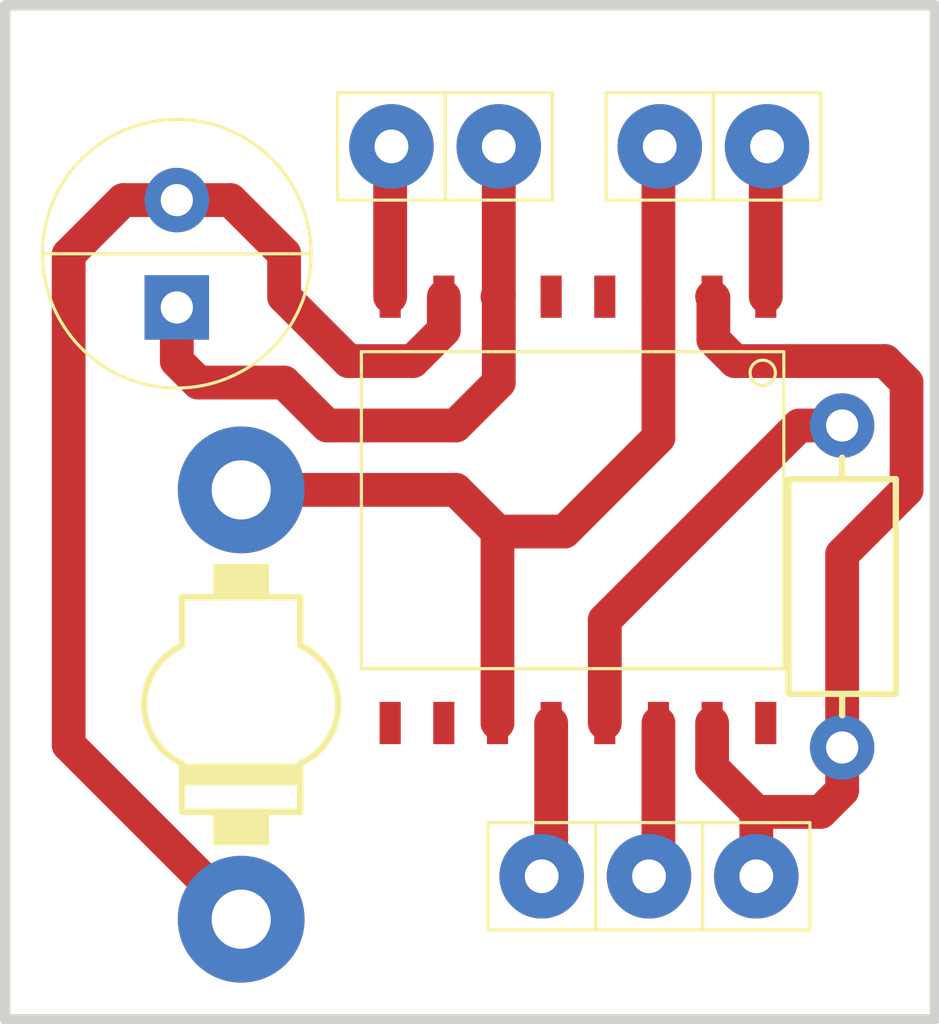
<source format=kicad_pcb>
(kicad_pcb (version 20171130) (host pcbnew "(5.1.5)-3")

  (general
    (thickness 1.6)
    (drawings 4)
    (tracks 55)
    (zones 0)
    (modules 11)
    (nets 10)
  )

  (page A4)
  (layers
    (0 F.Cu signal)
    (31 B.Cu signal)
    (32 B.Adhes user hide)
    (33 F.Adhes user hide)
    (34 B.Paste user hide)
    (35 F.Paste user hide)
    (36 B.SilkS user)
    (37 F.SilkS user)
    (38 B.Mask user hide)
    (39 F.Mask user hide)
    (40 Dwgs.User user hide)
    (41 Cmts.User user hide)
    (42 Eco1.User user hide)
    (43 Eco2.User user)
    (44 Edge.Cuts user)
    (45 Margin user hide)
    (46 B.CrtYd user hide)
    (47 F.CrtYd user hide)
    (48 B.Fab user hide)
    (49 F.Fab user hide)
  )

  (setup
    (last_trace_width 0.8)
    (user_trace_width 0.8)
    (user_trace_width 2)
    (trace_clearance 0.2)
    (zone_clearance 0.508)
    (zone_45_only no)
    (trace_min 0.2)
    (via_size 1.2)
    (via_drill 0.6)
    (via_min_size 0.4)
    (via_min_drill 0.3)
    (uvia_size 0.3)
    (uvia_drill 0.1)
    (uvias_allowed no)
    (uvia_min_size 0.2)
    (uvia_min_drill 0.1)
    (edge_width 0.05)
    (segment_width 0.2)
    (pcb_text_width 0.3)
    (pcb_text_size 1.5 1.5)
    (mod_edge_width 0.12)
    (mod_text_size 1 1)
    (mod_text_width 0.15)
    (pad_size 1.524 1.524)
    (pad_drill 0.762)
    (pad_to_mask_clearance 0.051)
    (solder_mask_min_width 0.25)
    (aux_axis_origin 0 0)
    (grid_origin 86.6 51.36)
    (visible_elements 7FFFF7FF)
    (pcbplotparams
      (layerselection 0x010fc_ffffffff)
      (usegerberextensions false)
      (usegerberattributes false)
      (usegerberadvancedattributes false)
      (creategerberjobfile false)
      (excludeedgelayer true)
      (linewidth 0.100000)
      (plotframeref false)
      (viasonmask false)
      (mode 1)
      (useauxorigin false)
      (hpglpennumber 1)
      (hpglpenspeed 20)
      (hpglpendiameter 15.000000)
      (psnegative false)
      (psa4output false)
      (plotreference true)
      (plotvalue true)
      (plotinvisibletext false)
      (padsonsilk false)
      (subtractmaskfromsilk false)
      (outputformat 1)
      (mirror false)
      (drillshape 1)
      (scaleselection 1)
      (outputdirectory ""))
  )

  (net 0 "")
  (net 1 GND)
  (net 2 "Net-(J1-Pad1)")
  (net 3 "Net-(CP1-Pad1)")
  (net 4 "Net-(CP1-Pad2)")
  (net 5 "Net-(J5-Pad1)")
  (net 6 "Net-(R1-Pad1)")
  (net 7 "Net-(J2-Pad1)")
  (net 8 "Net-(J7-Pad1)")
  (net 9 "Net-(D1-Pad2)")

  (net_class Default "Questo è il gruppo di collegamenti predefinito"
    (clearance 0.2)
    (trace_width 0.8)
    (via_dia 1.2)
    (via_drill 0.6)
    (uvia_dia 0.3)
    (uvia_drill 0.1)
    (add_net GND)
    (add_net "Net-(CP1-Pad1)")
    (add_net "Net-(CP1-Pad2)")
    (add_net "Net-(D1-Pad2)")
    (add_net "Net-(J1-Pad1)")
    (add_net "Net-(J2-Pad1)")
    (add_net "Net-(J5-Pad1)")
    (add_net "Net-(J7-Pad1)")
    (add_net "Net-(R1-Pad1)")
  )

  (module SOD:SOD-64 (layer F.Cu) (tedit 5E85D566) (tstamp 5E85EF6A)
    (at 123.684 117.908 90)
    (descr "<B>DIODE</B><p>diameter 4.8 mm, vertical, grid 10.16 mm")
    (path /5E71749B)
    (fp_text reference D1 (at 0.762 0.127 90) (layer Eco1.User)
      (effects (font (size 1 1) (thickness 0.15)))
    )
    (fp_text value BYV-100 (at -3.952 2.416 90) (layer Eco2.User)
      (effects (font (size 1 1) (thickness 0.15)))
    )
    (fp_poly (pts (xy -3.3319 -0.6604) (xy -2.54 -0.6604) (xy -2.54 0.661293) (xy -3.3319 0.661293)) (layer F.SilkS) (width 0))
    (fp_poly (pts (xy 2.54481 -0.6604) (xy 3.3274 -0.6604) (xy 3.3274 0.661651) (xy 2.54481 0.661651)) (layer F.SilkS) (width 0))
    (fp_poly (pts (xy -1.911 -1.397) (xy -1.397 -1.397) (xy -1.397 1.40141) (xy -1.911 1.40141)) (layer F.SilkS) (width 0))
    (fp_line (start 1.397 1.397) (end 2.54 1.397) (layer F.SilkS) (width 0.1524))
    (fp_line (start -2.54 1.397) (end -1.397 1.397) (layer F.SilkS) (width 0.1524))
    (fp_line (start 2.54 -1.397) (end 1.397 -1.397) (layer F.SilkS) (width 0.1524))
    (fp_line (start -2.54 -1.397) (end -1.397 -1.397) (layer F.SilkS) (width 0.1524))
    (fp_arc (start 0 0.761999) (end 1.397 1.397) (angle 131.1) (layer F.SilkS) (width 0.1524))
    (fp_arc (start 0 -0.761999) (end 1.397 -1.397) (angle -131.1) (layer F.SilkS) (width 0.1524))
    (fp_line (start 2.54 1.397) (end 2.54 -1.397) (layer F.SilkS) (width 0.1524))
    (fp_line (start -2.54 -1.397) (end -2.54 1.397) (layer F.SilkS) (width 0.1524))
    (pad 2 thru_hole circle (at 5.08 0 90) (size 3 3) (drill 1.4) (layers *.Cu *.Mask)
      (net 9 "Net-(D1-Pad2)"))
    (pad 1 thru_hole circle (at -5.08 0 90) (size 3 3) (drill 1.4) (layers *.Cu *.Mask)
      (net 4 "Net-(CP1-Pad2)"))
  )

  (module SOIC:SOIC-16W (layer F.Cu) (tedit 5E847C3E) (tstamp 5E85F0B5)
    (at 136.1 108.256 180)
    (path /5E6EB981)
    (fp_text reference U1 (at 2.54 -2.286 180) (layer Eco1.User)
      (effects (font (size 1 1) (thickness 0.15)))
    )
    (fp_text value IR2110 (at -3 1.896 270) (layer Eco2.User)
      (effects (font (size 1 1) (thickness 0.15)))
    )
    (fp_circle (center 0.072 -1.802) (end 0.372 -1.802) (layer F.SilkS) (width 0.075))
    (fp_line (start 9.572 -8.802) (end -0.428 -8.802) (layer F.SilkS) (width 0.075))
    (fp_line (start -0.428 -8.802) (end -0.428 -1.302) (layer F.SilkS) (width 0.075))
    (fp_line (start -0.428 -1.302) (end 9.572 -1.302) (layer F.SilkS) (width 0.075))
    (fp_line (start 9.572 -1.302) (end 9.572 -8.802) (layer F.SilkS) (width 0.075))
    (pad 16 smd rect (at 0 -10.089 180) (size 0.5 1) (layers F.Cu F.Paste F.Mask))
    (pad 15 smd rect (at 1.27 -10.089 180) (size 0.5 1) (layers F.Cu F.Paste F.Mask)
      (net 1 GND))
    (pad 14 smd rect (at 2.54 -10.089 180) (size 0.5 1) (layers F.Cu F.Paste F.Mask)
      (net 7 "Net-(J2-Pad1)"))
    (pad 13 smd rect (at 3.81 -10.089 180) (size 0.5 1) (layers F.Cu F.Paste F.Mask)
      (net 6 "Net-(R1-Pad1)"))
    (pad 12 smd rect (at 5.08 -10.089 180) (size 0.5 1) (layers F.Cu F.Paste F.Mask)
      (net 2 "Net-(J1-Pad1)"))
    (pad 11 smd rect (at 6.35 -10.089 180) (size 0.5 1) (layers F.Cu F.Paste F.Mask)
      (net 9 "Net-(D1-Pad2)"))
    (pad 10 smd rect (at 7.62 -10.089 180) (size 0.5 1) (layers F.Cu F.Paste F.Mask))
    (pad 9 smd rect (at 8.89 -10.089 180) (size 0.5 1) (layers F.Cu F.Paste F.Mask))
    (pad 8 smd rect (at 8.89 0 180) (size 0.5 1) (layers F.Cu F.Paste F.Mask)
      (net 5 "Net-(J5-Pad1)"))
    (pad 7 smd rect (at 7.62 0 180) (size 0.5 1) (layers F.Cu F.Paste F.Mask)
      (net 4 "Net-(CP1-Pad2)"))
    (pad 6 smd rect (at 6.35 0 180) (size 0.5 1) (layers F.Cu F.Paste F.Mask)
      (net 3 "Net-(CP1-Pad1)"))
    (pad 5 smd rect (at 5.08 0 180) (size 0.5 1) (layers F.Cu F.Paste F.Mask))
    (pad 4 smd rect (at 3.81 0 180) (size 0.5 1) (layers F.Cu F.Paste F.Mask))
    (pad 3 smd rect (at 2.54 0 180) (size 0.5 1) (layers F.Cu F.Paste F.Mask)
      (net 9 "Net-(D1-Pad2)"))
    (pad 2 smd rect (at 1.27 0 180) (size 0.5 1) (layers F.Cu F.Paste F.Mask)
      (net 1 GND))
    (pad 1 smd rect (at 0 0 180) (size 0.5 1) (layers F.Cu F.Paste F.Mask)
      (net 8 "Net-(J7-Pad1)"))
    (model ${FPRINTS}/3D/SOIC-16W.wrl
      (offset (xyz 4.45 5 0))
      (scale (xyz 1 1 1))
      (rotate (xyz 0 0 -90))
    )
  )

  (module Resistenze:R_P7.62H (layer F.Cu) (tedit 5C9C95DE) (tstamp 5E868D75)
    (at 137.908 115.114 270)
    (descr "Resistor, Axial,  RM 10mm, 1/3W")
    (tags "Resistor Axial RM 10mm 1/3W")
    (path /5E7CD43C)
    (fp_text reference R1 (at -0.508 -2.032 90) (layer Eco1.User)
      (effects (font (size 1 1) (thickness 0.15)))
    )
    (fp_text value 5k6 (at 0.246 2.308 90) (layer Eco2.User)
      (effects (font (size 1 1) (thickness 0.15)))
    )
    (fp_line (start 2.54 -1.27) (end -2.54 -1.27) (layer F.SilkS) (width 0.15))
    (fp_line (start 2.54 1.27) (end 2.54 -1.27) (layer F.SilkS) (width 0.15))
    (fp_line (start -2.54 1.27) (end 2.54 1.27) (layer F.SilkS) (width 0.15))
    (fp_line (start -2.54 -1.27) (end -2.54 1.27) (layer F.SilkS) (width 0.15))
    (fp_line (start -2.54 0) (end -3.048 0) (layer F.SilkS) (width 0.15))
    (fp_line (start 2.54 0) (end 3.048 0) (layer F.SilkS) (width 0.15))
    (pad 2 thru_hole circle (at 3.81 0 270) (size 1.524 1.524) (drill 0.762) (layers *.Cu *.Mask)
      (net 1 GND))
    (pad 1 thru_hole circle (at -3.81 0 270) (size 1.524 1.524) (drill 0.762) (layers *.Cu *.Mask)
      (net 6 "Net-(R1-Pad1)"))
    (model ${MODELS}/R_P7.62H.wrl
      (offset (xyz -3.809999942779541 0 0))
      (scale (xyz 0.4 0.4 0.4))
      (rotate (xyz 0 0 0))
    )
  )

  (module Connettori:1x1-Pin (layer F.Cu) (tedit 5E00B84F) (tstamp 5E86EEED)
    (at 127.24 104.7 270)
    (descr "module 1 pin (ou trou mecanique de percage)")
    (tags DEV)
    (path /5E87EC0E)
    (fp_text reference J5 (at 0 -1.8 90) (layer Eco1.User)
      (effects (font (size 0.5 0.5) (thickness 0.1)))
    )
    (fp_text value HIGH (at -2.54 0.64) (layer Eco2.User)
      (effects (font (size 1 1) (thickness 0.15)))
    )
    (fp_line (start -1.27 -1.27) (end 1.27 -1.27) (layer F.SilkS) (width 0.075))
    (fp_line (start 1.27 -1.27) (end 1.27 1.27) (layer F.SilkS) (width 0.075))
    (fp_line (start 1.27 1.27) (end -1.27 1.27) (layer F.SilkS) (width 0.075))
    (fp_line (start -1.27 1.27) (end -1.27 -1.27) (layer F.SilkS) (width 0.075))
    (pad 1 thru_hole circle (at 0 0 270) (size 2 2) (drill 0.8) (layers *.Cu *.Mask)
      (net 5 "Net-(J5-Pad1)"))
    (model ${MODELS}/1x1-Pin.wrl
      (at (xyz 0 0 0))
      (scale (xyz 1 1 1))
      (rotate (xyz 0 0 0))
    )
  )

  (module Connettori:1x1-Pin (layer F.Cu) (tedit 5E00B84F) (tstamp 5E86EF9D)
    (at 130.796 121.972 90)
    (descr "module 1 pin (ou trou mecanique de percage)")
    (tags DEV)
    (path /5E877DB5)
    (fp_text reference J1 (at 0 -1.8 90) (layer Eco1.User)
      (effects (font (size 0.5 0.5) (thickness 0.1)))
    )
    (fp_text value PWM (at -2.388 -1.696) (layer Eco2.User)
      (effects (font (size 1 1) (thickness 0.15)))
    )
    (fp_line (start -1.27 1.27) (end -1.27 -1.27) (layer F.SilkS) (width 0.075))
    (fp_line (start 1.27 1.27) (end -1.27 1.27) (layer F.SilkS) (width 0.075))
    (fp_line (start 1.27 -1.27) (end 1.27 1.27) (layer F.SilkS) (width 0.075))
    (fp_line (start -1.27 -1.27) (end 1.27 -1.27) (layer F.SilkS) (width 0.075))
    (pad 1 thru_hole circle (at 0 0 90) (size 2 2) (drill 0.8) (layers *.Cu *.Mask)
      (net 2 "Net-(J1-Pad1)"))
    (model ${MODELS}/1x1-Pin.wrl
      (at (xyz 0 0 0))
      (scale (xyz 1 1 1))
      (rotate (xyz 0 0 0))
    )
  )

  (module Connettori:1x1-Pin (layer F.Cu) (tedit 5E00B84F) (tstamp 5E86EFA6)
    (at 133.336 121.972 90)
    (descr "module 1 pin (ou trou mecanique de percage)")
    (tags DEV)
    (path /5E879348)
    (fp_text reference J2 (at 0 -1.8 90) (layer Eco1.User)
      (effects (font (size 0.5 0.5) (thickness 0.1)))
    )
    (fp_text value PWM/ (at -2.388 0.264) (layer Eco2.User)
      (effects (font (size 1 1) (thickness 0.15)))
    )
    (fp_line (start -1.27 -1.27) (end 1.27 -1.27) (layer F.SilkS) (width 0.075))
    (fp_line (start 1.27 -1.27) (end 1.27 1.27) (layer F.SilkS) (width 0.075))
    (fp_line (start 1.27 1.27) (end -1.27 1.27) (layer F.SilkS) (width 0.075))
    (fp_line (start -1.27 1.27) (end -1.27 -1.27) (layer F.SilkS) (width 0.075))
    (pad 1 thru_hole circle (at 0 0 90) (size 2 2) (drill 0.8) (layers *.Cu *.Mask)
      (net 7 "Net-(J2-Pad1)"))
    (model ${MODELS}/1x1-Pin.wrl
      (at (xyz 0 0 0))
      (scale (xyz 1 1 1))
      (rotate (xyz 0 0 0))
    )
  )

  (module Connettori:1x1-Pin (layer F.Cu) (tedit 5E00B84F) (tstamp 5E86EFAF)
    (at 133.59 104.7 270)
    (descr "module 1 pin (ou trou mecanique de percage)")
    (tags DEV)
    (path /5E87AA32)
    (fp_text reference J3 (at 0 -1.8 90) (layer Eco1.User)
      (effects (font (size 0.5 0.5) (thickness 0.1)))
    )
    (fp_text value VIN (at -2.54 0.49) (layer Eco2.User)
      (effects (font (size 1 1) (thickness 0.15)))
    )
    (fp_line (start -1.27 1.27) (end -1.27 -1.27) (layer F.SilkS) (width 0.075))
    (fp_line (start 1.27 1.27) (end -1.27 1.27) (layer F.SilkS) (width 0.075))
    (fp_line (start 1.27 -1.27) (end 1.27 1.27) (layer F.SilkS) (width 0.075))
    (fp_line (start -1.27 -1.27) (end 1.27 -1.27) (layer F.SilkS) (width 0.075))
    (pad 1 thru_hole circle (at 0 0 270) (size 2 2) (drill 0.8) (layers *.Cu *.Mask)
      (net 9 "Net-(D1-Pad2)"))
    (model ${MODELS}/1x1-Pin.wrl
      (at (xyz 0 0 0))
      (scale (xyz 1 1 1))
      (rotate (xyz 0 0 0))
    )
  )

  (module Connettori:1x1-Pin (layer F.Cu) (tedit 5E00B84F) (tstamp 5E86EFB8)
    (at 135.876 121.972 90)
    (descr "module 1 pin (ou trou mecanique de percage)")
    (tags DEV)
    (path /5E87C78A)
    (fp_text reference J4 (at 0 -1.8 90) (layer Eco1.User)
      (effects (font (size 0.5 0.5) (thickness 0.1)))
    )
    (fp_text value GND (at -2.388 2.224) (layer Eco2.User)
      (effects (font (size 1 1) (thickness 0.15)))
    )
    (fp_line (start -1.27 -1.27) (end 1.27 -1.27) (layer F.SilkS) (width 0.075))
    (fp_line (start 1.27 -1.27) (end 1.27 1.27) (layer F.SilkS) (width 0.075))
    (fp_line (start 1.27 1.27) (end -1.27 1.27) (layer F.SilkS) (width 0.075))
    (fp_line (start -1.27 1.27) (end -1.27 -1.27) (layer F.SilkS) (width 0.075))
    (pad 1 thru_hole circle (at 0 0 90) (size 2 2) (drill 0.8) (layers *.Cu *.Mask)
      (net 1 GND))
    (model ${MODELS}/1x1-Pin.wrl
      (at (xyz 0 0 0))
      (scale (xyz 1 1 1))
      (rotate (xyz 0 0 0))
    )
  )

  (module Connettori:1x1-Pin (layer F.Cu) (tedit 5E00B84F) (tstamp 5E86EFC1)
    (at 129.78 104.7 270)
    (descr "module 1 pin (ou trou mecanique de percage)")
    (tags DEV)
    (path /5E87FC93)
    (fp_text reference J6 (at 0 -1.8 90) (layer Eco1.User)
      (effects (font (size 0.5 0.5) (thickness 0.1)))
    )
    (fp_text value MID (at -2.54 -0.32) (layer Eco2.User)
      (effects (font (size 1 1) (thickness 0.15)))
    )
    (fp_line (start -1.27 -1.27) (end 1.27 -1.27) (layer F.SilkS) (width 0.075))
    (fp_line (start 1.27 -1.27) (end 1.27 1.27) (layer F.SilkS) (width 0.075))
    (fp_line (start 1.27 1.27) (end -1.27 1.27) (layer F.SilkS) (width 0.075))
    (fp_line (start -1.27 1.27) (end -1.27 -1.27) (layer F.SilkS) (width 0.075))
    (pad 1 thru_hole circle (at 0 0 270) (size 2 2) (drill 0.8) (layers *.Cu *.Mask)
      (net 3 "Net-(CP1-Pad1)"))
    (model ${MODELS}/1x1-Pin.wrl
      (at (xyz 0 0 0))
      (scale (xyz 1 1 1))
      (rotate (xyz 0 0 0))
    )
  )

  (module Connettori:1x1-Pin (layer F.Cu) (tedit 5E00B84F) (tstamp 5E86EFCA)
    (at 136.13 104.7 270)
    (descr "module 1 pin (ou trou mecanique de percage)")
    (tags DEV)
    (path /5E87DE3D)
    (fp_text reference J7 (at 0 -1.8 90) (layer Eco1.User)
      (effects (font (size 0.5 0.5) (thickness 0.1)))
    )
    (fp_text value LOW (at -2.54 -0.47) (layer Eco2.User)
      (effects (font (size 1 1) (thickness 0.15)))
    )
    (fp_line (start -1.27 1.27) (end -1.27 -1.27) (layer F.SilkS) (width 0.075))
    (fp_line (start 1.27 1.27) (end -1.27 1.27) (layer F.SilkS) (width 0.075))
    (fp_line (start 1.27 -1.27) (end 1.27 1.27) (layer F.SilkS) (width 0.075))
    (fp_line (start -1.27 -1.27) (end 1.27 -1.27) (layer F.SilkS) (width 0.075))
    (pad 1 thru_hole circle (at 0 0 270) (size 2 2) (drill 0.8) (layers *.Cu *.Mask)
      (net 8 "Net-(J7-Pad1)"))
    (model ${MODELS}/1x1-Pin.wrl
      (at (xyz 0 0 0))
      (scale (xyz 1 1 1))
      (rotate (xyz 0 0 0))
    )
  )

  (module Condensatori:CP_D6.3_P2.54 (layer F.Cu) (tedit 5C9C901F) (tstamp 5E86F6F8)
    (at 122.16 107.24 90)
    (descr "Radial Electrolytic Capacitor, Diameter 6.3mm x Length 11.2mm, Pitch 2.5mm")
    (tags "Electrolytic Capacitor")
    (path /5E70CA41)
    (fp_text reference CP1 (at 0 -2.032 90) (layer Eco1.User)
      (effects (font (size 1 1) (thickness 0.15)))
    )
    (fp_text value 47u_50V (at 3.88 -0.56 180) (layer Eco2.User)
      (effects (font (size 1 1) (thickness 0.15)))
    )
    (fp_line (start 0 -3.1496) (end 0 3.1496) (layer F.SilkS) (width 0.075))
    (fp_circle (center 0 0) (end 3.175 -0.127) (layer F.SilkS) (width 0.075))
    (pad 2 thru_hole circle (at 1.27 0 90) (size 1.524 1.524) (drill 0.762) (layers *.Cu *.Mask)
      (net 4 "Net-(CP1-Pad2)"))
    (pad 1 thru_hole rect (at -1.27 0 90) (size 1.524 1.524) (drill 0.762) (layers *.Cu *.Mask)
      (net 3 "Net-(CP1-Pad1)"))
    (model ${MODELS}/CP_D6.3_P2.54.wrl
      (offset (xyz -1.269999980926514 0 0))
      (scale (xyz 1 1 1))
      (rotate (xyz 0 0 0))
    )
  )

  (gr_line (start 140.1 101.36) (end 140.1 125.36) (layer Edge.Cuts) (width 0.25))
  (gr_line (start 118.1 101.36) (end 140.1 101.36) (layer Edge.Cuts) (width 0.25))
  (gr_line (start 118.1 125.36) (end 118.1 101.36) (layer Edge.Cuts) (width 0.25))
  (gr_line (start 140.1 125.36) (end 118.1 125.36) (layer Edge.Cuts) (width 0.25))

  (segment (start 134.83 118.345) (end 134.83 119.402) (width 0.8) (layer F.Cu) (net 1) (status 10))
  (segment (start 135.876 120.448) (end 135.876 121.972) (width 0.8) (layer F.Cu) (net 1) (status 20))
  (segment (start 134.83 119.402) (end 135.876 120.448) (width 0.8) (layer F.Cu) (net 1))
  (segment (start 135.876 120.448) (end 137.4 120.448) (width 0.8) (layer F.Cu) (net 1))
  (segment (start 137.908 119.94) (end 137.908 118.924) (width 0.8) (layer F.Cu) (net 1) (status 20))
  (segment (start 137.4 120.448) (end 137.908 119.94) (width 0.8) (layer F.Cu) (net 1))
  (segment (start 134.86 108.286) (end 134.83 108.256) (width 0.8) (layer F.Cu) (net 1) (status 30))
  (segment (start 134.86 109.272) (end 134.86 108.286) (width 0.8) (layer F.Cu) (net 1) (status 20))
  (segment (start 135.368 109.78) (end 134.86 109.272) (width 0.8) (layer F.Cu) (net 1))
  (segment (start 137.908 114.352) (end 139.432 112.828) (width 0.8) (layer F.Cu) (net 1))
  (segment (start 139.432 112.828) (end 139.432 110.288) (width 0.8) (layer F.Cu) (net 1))
  (segment (start 137.908 118.924) (end 137.908 114.352) (width 0.8) (layer F.Cu) (net 1) (tstamp 5E86F6BB) (status 10))
  (segment (start 139.432 110.288) (end 138.924 109.78) (width 0.8) (layer F.Cu) (net 1))
  (segment (start 138.924 109.78) (end 135.368 109.78) (width 0.8) (layer F.Cu) (net 1))
  (segment (start 131.02 121.748) (end 130.796 121.972) (width 0.8) (layer F.Cu) (net 2) (status 30))
  (segment (start 131.02 118.345) (end 131.02 121.748) (width 0.8) (layer F.Cu) (net 2) (status 30))
  (segment (start 129.78 108.226) (end 129.75 108.256) (width 0.8) (layer F.Cu) (net 3) (status 30))
  (segment (start 129.78 104.7) (end 129.78 108.226) (width 0.8) (layer F.Cu) (net 3) (status 30))
  (segment (start 129.78 109.272) (end 129.78 108.226) (width 0.8) (layer F.Cu) (net 3) (status 20))
  (segment (start 122.16 109.78) (end 122.668 110.288) (width 0.8) (layer F.Cu) (net 3))
  (segment (start 128.764 111.304) (end 129.78 110.288) (width 0.8) (layer F.Cu) (net 3))
  (segment (start 122.668 110.288) (end 124.7 110.288) (width 0.8) (layer F.Cu) (net 3))
  (segment (start 122.16 108.51) (end 122.16 109.78) (width 0.8) (layer F.Cu) (net 3) (status 10))
  (segment (start 124.7 110.288) (end 125.716 111.304) (width 0.8) (layer F.Cu) (net 3))
  (segment (start 129.78 110.288) (end 129.78 109.272) (width 0.8) (layer F.Cu) (net 3))
  (segment (start 125.716 111.304) (end 128.764 111.304) (width 0.8) (layer F.Cu) (net 3))
  (segment (start 122.16 105.97) (end 123.43 105.97) (width 0.8) (layer F.Cu) (net 4) (status 10))
  (segment (start 123.43 105.97) (end 124.7 107.24) (width 0.8) (layer F.Cu) (net 4))
  (segment (start 124.7 107.24) (end 124.7 108.256) (width 0.8) (layer F.Cu) (net 4))
  (segment (start 124.7 108.256) (end 126.224 109.78) (width 0.8) (layer F.Cu) (net 4))
  (segment (start 126.224 109.78) (end 127.748 109.78) (width 0.8) (layer F.Cu) (net 4))
  (segment (start 128.48 109.048) (end 128.48 108.256) (width 0.8) (layer F.Cu) (net 4) (status 20))
  (segment (start 127.748 109.78) (end 128.48 109.048) (width 0.8) (layer F.Cu) (net 4))
  (segment (start 120.89 105.97) (end 122.16 105.97) (width 0.8) (layer F.Cu) (net 4) (status 20))
  (segment (start 119.6 107.26) (end 120.89 105.97) (width 0.8) (layer F.Cu) (net 4))
  (segment (start 119.6 118.86) (end 119.6 107.26) (width 0.8) (layer F.Cu) (net 4))
  (segment (start 123.684 122.988) (end 123.684 122.944) (width 0.8) (layer F.Cu) (net 4) (status 30))
  (segment (start 123.684 122.944) (end 119.6 118.86) (width 0.8) (layer F.Cu) (net 4) (status 10))
  (segment (start 127.21 104.73) (end 127.24 104.7) (width 0.8) (layer F.Cu) (net 5) (status 30))
  (segment (start 127.21 108.256) (end 127.21 104.73) (width 0.8) (layer F.Cu) (net 5) (status 30))
  (segment (start 132.29 118.345) (end 132.29 115.906) (width 0.8) (layer F.Cu) (net 6) (status 10))
  (segment (start 136.892 111.304) (end 137.908 111.304) (width 0.8) (layer F.Cu) (net 6) (status 20))
  (segment (start 132.29 115.906) (end 136.892 111.304) (width 0.8) (layer F.Cu) (net 6))
  (segment (start 133.56 121.748) (end 133.336 121.972) (width 0.8) (layer F.Cu) (net 7) (status 30))
  (segment (start 133.56 118.345) (end 133.56 121.748) (width 0.8) (layer F.Cu) (net 7) (status 30))
  (segment (start 136.1 104.73) (end 136.13 104.7) (width 0.8) (layer F.Cu) (net 8) (status 30))
  (segment (start 136.1 108.256) (end 136.1 104.73) (width 0.8) (layer F.Cu) (net 8) (status 30))
  (segment (start 123.684 112.828) (end 128.764 112.828) (width 0.8) (layer F.Cu) (net 9) (status 10))
  (segment (start 129.75 113.814) (end 129.75 118.345) (width 0.8) (layer F.Cu) (net 9) (status 20))
  (segment (start 128.764 112.828) (end 129.75 113.814) (width 0.8) (layer F.Cu) (net 9))
  (segment (start 131.334 113.814) (end 129.75 113.814) (width 0.8) (layer F.Cu) (net 9))
  (segment (start 133.56 108.256) (end 133.56 111.588) (width 0.8) (layer F.Cu) (net 9) (status 10))
  (segment (start 133.56 111.588) (end 131.334 113.814) (width 0.8) (layer F.Cu) (net 9))
  (segment (start 133.56 104.73) (end 133.59 104.7) (width 0.8) (layer F.Cu) (net 9) (status 30))
  (segment (start 133.56 108.256) (end 133.56 104.73) (width 0.8) (layer F.Cu) (net 9) (status 30))

)

</source>
